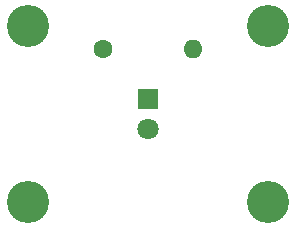
<source format=gbr>
%TF.GenerationSoftware,KiCad,Pcbnew,7.0.2-6a45011f42~172~ubuntu22.04.1*%
%TF.CreationDate,2023-09-06T17:33:04-07:00*%
%TF.ProjectId,basic_led,62617369-635f-46c6-9564-2e6b69636164,rev?*%
%TF.SameCoordinates,Original*%
%TF.FileFunction,Soldermask,Bot*%
%TF.FilePolarity,Negative*%
%FSLAX46Y46*%
G04 Gerber Fmt 4.6, Leading zero omitted, Abs format (unit mm)*
G04 Created by KiCad (PCBNEW 7.0.2-6a45011f42~172~ubuntu22.04.1) date 2023-09-06 17:33:04*
%MOMM*%
%LPD*%
G01*
G04 APERTURE LIST*
%ADD10C,3.570000*%
%ADD11R,1.800000X1.800000*%
%ADD12C,1.800000*%
%ADD13C,1.600000*%
%ADD14O,1.600000X1.600000*%
G04 APERTURE END LIST*
D10*
%TO.C,M1*%
X52540000Y-52540000D03*
%TD*%
%TO.C,M2*%
X72860000Y-52540000D03*
%TD*%
%TO.C,M3*%
X72860000Y-67460000D03*
%TD*%
%TO.C,M4*%
X52540000Y-67460000D03*
%TD*%
D11*
%TO.C,D1*%
X62700000Y-58730000D03*
D12*
X62700000Y-61270000D03*
%TD*%
D13*
%TO.C,R1*%
X58890000Y-54500000D03*
D14*
X66510000Y-54500000D03*
%TD*%
M02*

</source>
